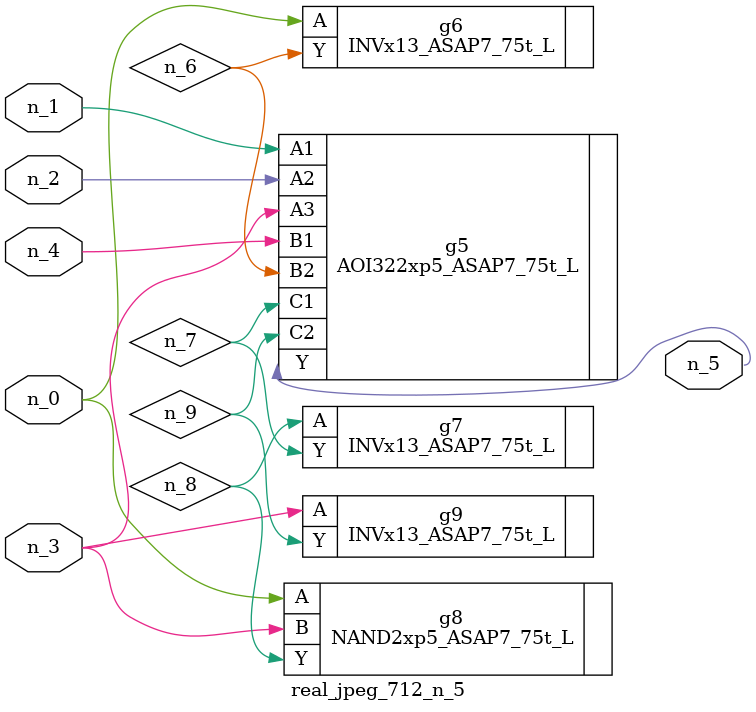
<source format=v>
module real_jpeg_712_n_5 (n_4, n_0, n_1, n_2, n_3, n_5);

input n_4;
input n_0;
input n_1;
input n_2;
input n_3;

output n_5;

wire n_8;
wire n_6;
wire n_7;
wire n_9;

INVx13_ASAP7_75t_L g6 ( 
.A(n_0),
.Y(n_6)
);

NAND2xp5_ASAP7_75t_L g8 ( 
.A(n_0),
.B(n_3),
.Y(n_8)
);

AOI322xp5_ASAP7_75t_L g5 ( 
.A1(n_1),
.A2(n_2),
.A3(n_3),
.B1(n_4),
.B2(n_6),
.C1(n_7),
.C2(n_9),
.Y(n_5)
);

INVx13_ASAP7_75t_L g9 ( 
.A(n_3),
.Y(n_9)
);

INVx13_ASAP7_75t_L g7 ( 
.A(n_8),
.Y(n_7)
);


endmodule
</source>
